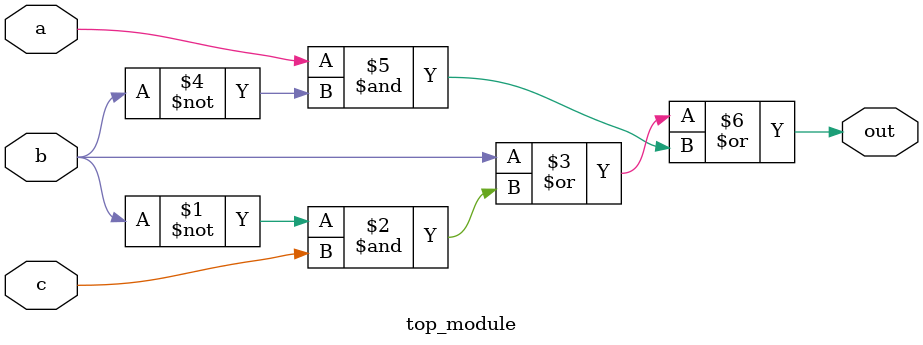
<source format=v>
module top_module(
    input a,
    input b,
    input c,
    output out  );
    assign out = b | (~b & c) |(a & ~b);
endmodule

</source>
